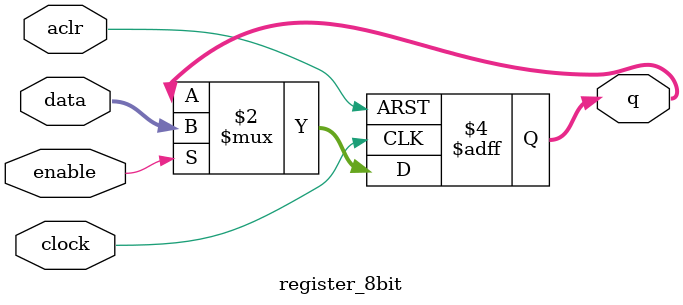
<source format=v>
`timescale 1 ps / 1 ps
module register_8bit (
	aclr,
	clock,
	data,
	enable,
	q);

	input	  aclr;
	input	  clock;
	input	[7:0]  data;
	input	  enable;
	output reg	[7:0]  q;
	
	always @(posedge clock, posedge aclr)
	begin
		if (aclr)
			q <= 8'b0;
		else if (enable)
			q <= data;
	end

endmodule
</source>
